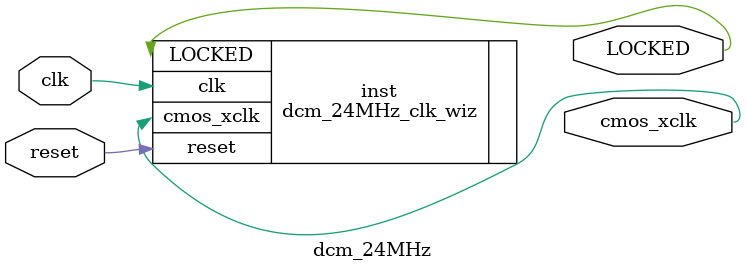
<source format=v>


`timescale 1ps/1ps

(* CORE_GENERATION_INFO = "dcm_24MHz,clk_wiz_v6_0_1_0_0,{component_name=dcm_24MHz,use_phase_alignment=true,use_min_o_jitter=false,use_max_i_jitter=false,use_dyn_phase_shift=false,use_inclk_switchover=false,use_dyn_reconfig=false,enable_axi=0,feedback_source=FDBK_AUTO,PRIMITIVE=MMCM,num_out_clk=1,clkin1_period=20.000,clkin2_period=10.0,use_power_down=false,use_reset=true,use_locked=true,use_inclk_stopped=false,feedback_type=SINGLE,CLOCK_MGR_TYPE=NA,manual_override=true}" *)

module dcm_24MHz 
 (
  // Clock out ports
  output        cmos_xclk,
  // Status and control signals
  input         reset,
  output        LOCKED,
 // Clock in ports
  input         clk
 );

  dcm_24MHz_clk_wiz inst
  (
  // Clock out ports  
  .cmos_xclk(cmos_xclk),
  // Status and control signals               
  .reset(reset), 
  .LOCKED(LOCKED),
 // Clock in ports
  .clk(clk)
  );

endmodule

</source>
